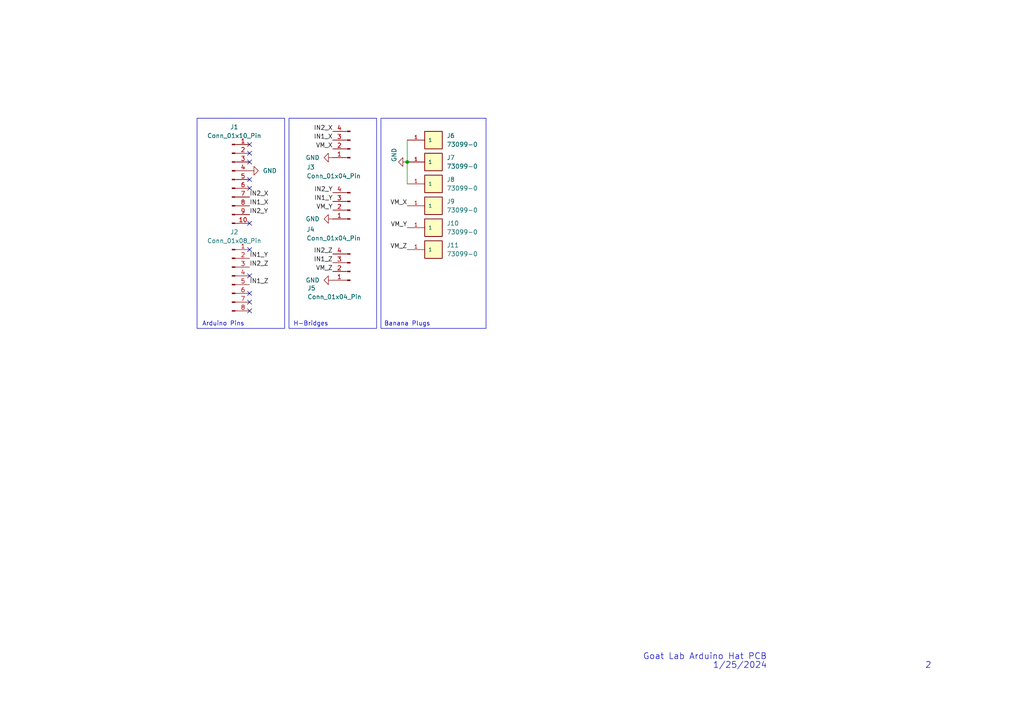
<source format=kicad_sch>
(kicad_sch (version 20231120) (generator "eeschema") (generator_version "8.0")
  (paper "A4")
  (lib_symbols
    (symbol "73099-0:73099-0" (pin_names (offset 1.016))
      (property "Reference" "J" (at -5.08 3.81 0))
      (property "Value" "73099-0" (at -5.08 -3.81 0))
      (symbol "73099-0_0_0"
        (rectangle (start -2.54 -2.54) (end 2.54 2.54) (stroke (width 0.254)) (fill (type background)))
        (pin passive line (at -7.62 0 0) (length 5.08) (name "1") (number "1"))
      )
    )
    (symbol "Connector:Conn_01x04_Pin" (pin_names (offset 1.016) hide)
      (property "Reference" "J" (at 0 5.08 0))
      (property "Value" "Conn_01x04_Pin" (at 0 -7.62 0))
      (symbol "Conn_01x04_Pin_1_1"
        (polyline (pts (xy 1.27 -5.08) (xy 0.8636 -5.08)) (stroke (width 0.1524)))
        (polyline (pts (xy 1.27 -2.54) (xy 0.8636 -2.54)) (stroke (width 0.1524)))
        (polyline (pts (xy 1.27 0) (xy 0.8636 0)) (stroke (width 0.1524)))
        (polyline (pts (xy 1.27 2.54) (xy 0.8636 2.54)) (stroke (width 0.1524)))
        (rectangle (start 0.8636 -4.953) (end 0 -5.207) (stroke (width 0.1524)) (fill (type outline)))
        (rectangle (start 0.8636 -2.413) (end 0 -2.667) (stroke (width 0.1524)) (fill (type outline)))
        (rectangle (start 0.8636 0.127) (end 0 -0.127) (stroke (width 0.1524)) (fill (type outline)))
        (rectangle (start 0.8636 2.667) (end 0 2.413) (stroke (width 0.1524)) (fill (type outline)))
        (pin passive line (at 5.08 2.54 180) (length 3.81) (name "Pin_1") (number "1"))
        (pin passive line (at 5.08 0 180) (length 3.81) (name "Pin_2") (number "2"))
        (pin passive line (at 5.08 -2.54 180) (length 3.81) (name "Pin_3") (number "3"))
        (pin passive line (at 5.08 -5.08 180) (length 3.81) (name "Pin_4") (number "4"))
      )
    )
    (symbol "Connector:Conn_01x08_Pin" (pin_names (offset 1.016) hide)
      (property "Reference" "J" (at 0 10.16 0))
      (property "Value" "Conn_01x08_Pin" (at 0 -12.7 0))
      (symbol "Conn_01x08_Pin_1_1"
        (polyline (pts (xy 1.27 -10.16) (xy 0.8636 -10.16)) (stroke (width 0.1524)))
        (polyline (pts (xy 1.27 -7.62) (xy 0.8636 -7.62)) (stroke (width 0.1524)))
        (polyline (pts (xy 1.27 -5.08) (xy 0.8636 -5.08)) (stroke (width 0.1524)))
        (polyline (pts (xy 1.27 -2.54) (xy 0.8636 -2.54)) (stroke (width 0.1524)))
        (polyline (pts (xy 1.27 0) (xy 0.8636 0)) (stroke (width 0.1524)))
        (polyline (pts (xy 1.27 2.54) (xy 0.8636 2.54)) (stroke (width 0.1524)))
        (polyline (pts (xy 1.27 5.08) (xy 0.8636 5.08)) (stroke (width 0.1524)))
        (polyline (pts (xy 1.27 7.62) (xy 0.8636 7.62)) (stroke (width 0.1524)))
        (rectangle (start 0.8636 -10.033) (end 0 -10.287) (stroke (width 0.1524)) (fill (type outline)))
        (rectangle (start 0.8636 -7.493) (end 0 -7.747) (stroke (width 0.1524)) (fill (type outline)))
        (rectangle (start 0.8636 -4.953) (end 0 -5.207) (stroke (width 0.1524)) (fill (type outline)))
        (rectangle (start 0.8636 -2.413) (end 0 -2.667) (stroke (width 0.1524)) (fill (type outline)))
        (rectangle (start 0.8636 0.127) (end 0 -0.127) (stroke (width 0.1524)) (fill (type outline)))
        (rectangle (start 0.8636 2.667) (end 0 2.413) (stroke (width 0.1524)) (fill (type outline)))
        (rectangle (start 0.8636 5.207) (end 0 4.953) (stroke (width 0.1524)) (fill (type outline)))
        (rectangle (start 0.8636 7.747) (end 0 7.493) (stroke (width 0.1524)) (fill (type outline)))
        (pin passive line (at 5.08 7.62 180) (length 3.81) (name "Pin_1") (number "1"))
        (pin passive line (at 5.08 5.08 180) (length 3.81) (name "Pin_2") (number "2"))
        (pin passive line (at 5.08 2.54 180) (length 3.81) (name "Pin_3") (number "3"))
        (pin passive line (at 5.08 0 180) (length 3.81) (name "Pin_4") (number "4"))
        (pin passive line (at 5.08 -2.54 180) (length 3.81) (name "Pin_5") (number "5"))
        (pin passive line (at 5.08 -5.08 180) (length 3.81) (name "Pin_6") (number "6"))
        (pin passive line (at 5.08 -7.62 180) (length 3.81) (name "Pin_7") (number "7"))
        (pin passive line (at 5.08 -10.16 180) (length 3.81) (name "Pin_8") (number "8"))
      )
    )
    (symbol "Connector:Conn_01x10_Pin" (pin_names (offset 1.016) hide)
      (property "Reference" "J" (at 0 12.7 0))
      (property "Value" "Conn_01x10_Pin" (at 0 -15.24 0))
      (symbol "Conn_01x10_Pin_1_1"
        (polyline (pts (xy 1.27 -12.7) (xy 0.8636 -12.7)) (stroke (width 0.1524)))
        (polyline (pts (xy 1.27 -10.16) (xy 0.8636 -10.16)) (stroke (width 0.1524)))
        (polyline (pts (xy 1.27 -7.62) (xy 0.8636 -7.62)) (stroke (width 0.1524)))
        (polyline (pts (xy 1.27 -5.08) (xy 0.8636 -5.08)) (stroke (width 0.1524)))
        (polyline (pts (xy 1.27 -2.54) (xy 0.8636 -2.54)) (stroke (width 0.1524)))
        (polyline (pts (xy 1.27 0) (xy 0.8636 0)) (stroke (width 0.1524)))
        (polyline (pts (xy 1.27 2.54) (xy 0.8636 2.54)) (stroke (width 0.1524)))
        (polyline (pts (xy 1.27 5.08) (xy 0.8636 5.08)) (stroke (width 0.1524)))
        (polyline (pts (xy 1.27 7.62) (xy 0.8636 7.62)) (stroke (width 0.1524)))
        (polyline (pts (xy 1.27 10.16) (xy 0.8636 10.16)) (stroke (width 0.1524)))
        (rectangle (start 0.8636 -12.573) (end 0 -12.827) (stroke (width 0.1524)) (fill (type outline)))
        (rectangle (start 0.8636 -10.033) (end 0 -10.287) (stroke (width 0.1524)) (fill (type outline)))
        (rectangle (start 0.8636 -7.493) (end 0 -7.747) (stroke (width 0.1524)) (fill (type outline)))
        (rectangle (start 0.8636 -4.953) (end 0 -5.207) (stroke (width 0.1524)) (fill (type outline)))
        (rectangle (start 0.8636 -2.413) (end 0 -2.667) (stroke (width 0.1524)) (fill (type outline)))
        (rectangle (start 0.8636 0.127) (end 0 -0.127) (stroke (width 0.1524)) (fill (type outline)))
        (rectangle (start 0.8636 2.667) (end 0 2.413) (stroke (width 0.1524)) (fill (type outline)))
        (rectangle (start 0.8636 5.207) (end 0 4.953) (stroke (width 0.1524)) (fill (type outline)))
        (rectangle (start 0.8636 7.747) (end 0 7.493) (stroke (width 0.1524)) (fill (type outline)))
        (rectangle (start 0.8636 10.287) (end 0 10.033) (stroke (width 0.1524)) (fill (type outline)))
        (pin passive line (at 5.08 10.16 180) (length 3.81) (name "Pin_1") (number "1"))
        (pin passive line (at 5.08 -12.7 180) (length 3.81) (name "Pin_10") (number "10"))
        (pin passive line (at 5.08 7.62 180) (length 3.81) (name "Pin_2") (number "2"))
        (pin passive line (at 5.08 5.08 180) (length 3.81) (name "Pin_3") (number "3"))
        (pin passive line (at 5.08 2.54 180) (length 3.81) (name "Pin_4") (number "4"))
        (pin passive line (at 5.08 0 180) (length 3.81) (name "Pin_5") (number "5"))
        (pin passive line (at 5.08 -2.54 180) (length 3.81) (name "Pin_6") (number "6"))
        (pin passive line (at 5.08 -5.08 180) (length 3.81) (name "Pin_7") (number "7"))
        (pin passive line (at 5.08 -7.62 180) (length 3.81) (name "Pin_8") (number "8"))
        (pin passive line (at 5.08 -10.16 180) (length 3.81) (name "Pin_9") (number "9"))
      )
    )
    (symbol "power:GND" (power) (pin_numbers hide) (pin_names (offset 0) hide)
      (property "Value" "GND" (at 0 -3.81 0))
      (symbol "GND_0_1"
        (polyline (pts (xy 0 0) (xy 0 -1.27) (xy 1.27 -1.27) (xy 0 -2.54) (xy -1.27 -1.27) (xy 0 -1.27)))
      )
      (symbol "GND_1_1"
        (pin power_in line (at 0 0 270) (length 0) (name "~") (number "1"))
      )
    )
  )
  (junction (at 118.11 46.99))
  (no_connect (at 72.39 85.09))
  (no_connect (at 72.39 64.77))
  (no_connect (at 72.39 41.91))
  (no_connect (at 72.39 46.99))
  (no_connect (at 72.39 72.39))
  (no_connect (at 72.39 54.61))
  (no_connect (at 72.39 52.07))
  (no_connect (at 72.39 80.01))
  (no_connect (at 72.39 44.45))
  (no_connect (at 72.39 87.63))
  (no_connect (at 72.39 90.17))
  (wire (pts (xy 118.11 40.64) (xy 118.11 46.99)))
  (wire (pts (xy 118.11 46.99) (xy 118.11 53.34)))
  (rectangle (start 83.82 34.29) (end 109.22 95.25))
  (rectangle (start 57.15 34.29) (end 82.55 95.25))
  (rectangle (start 110.49 34.29) (end 140.97 95.25))
  (text "H-Bridges" (at 90.17 93.98 0) (effects (font (size 1.27 1.27))))
  (text "Goat Lab Arduino Hat PCB" (at 204.47 190.5 0) (effects (font (size 1.778 1.778))))
  (text "Banana Plugs" (at 118.11 93.98 0) (effects (font (size 1.27 1.27))))
  (text "Arduino Pins" (at 64.77 93.98 0) (effects (font (size 1.27 1.27))))
  (text "1/25/2024" (at 214.63 193.04 0) (effects (font (size 1.778 1.778))))
  (text "2" (at 269.24 193.04 0) (effects (font (size 1.778 1.778))))
  (label "IN1_X" (at 72.39 59.69 0))
  (label "VM_X" (at 118.11 59.69 180))
  (label "IN2_X" (at 72.39 57.15 0))
  (label "VM_Z" (at 96.52 78.74 180))
  (label "IN1_Z" (at 96.52 76.2 180))
  (label "VM_Z" (at 118.11 72.39 180))
  (label "IN2_X" (at 96.52 38.1 180))
  (label "IN2_Z" (at 72.39 77.47 0))
  (label "IN2_Y" (at 72.39 62.23 0))
  (label "VM_X" (at 96.52 43.18 180))
  (label "IN2_Z" (at 96.52 73.66 180))
  (label "IN1_Y" (at 96.52 58.42 180))
  (label "VM_Y" (at 118.11 66.04 180))
  (label "IN2_Y" (at 96.52 55.88 180))
  (label "IN1_Z" (at 72.39 82.55 0))
  (label "IN1_X" (at 96.52 40.64 180))
  (label "IN1_Y" (at 72.39 74.93 0))
  (label "VM_Y" (at 96.52 60.96 180))
  (symbol (lib_id "Connector:Conn_01x08_Pin") (at 67.31 80.01 0) (unit 1)
    (property "Reference" "J2" (at 67.945 67.31 0))
    (property "Value" "Conn_01x08_Pin" (at 67.945 69.85 0))
    (property "Footprint" "Connector_PinHeader_2.54mm:PinHeader_1x08_P2.54mm_Vertical" (effects (hide yes)))
    (property "Description" "Generic connector, single row, 01x08, script generated" (effects (hide yes)))
  )
  (symbol (lib_id "73099-0:73099-0") (at 125.73 72.39 0) (unit 1)
    (property "Reference" "J11" (at 129.54 71.1199 0) (effects (justify left)))
    (property "Value" "73099-0" (at 129.54 73.6599 0) (effects (justify left)))
    (property "Footprint" "my_custom:POMONA_73099-0" (effects (hide yes)))
    (property "MF" "Pomona Electronics" (effects (hide yes)))
    (property "MAXIMUM_PACKAGE_HEIGHT" "11.5mm" (effects (hide yes)))
    (property "Package" "None" (effects (hide yes)))
    (property "Price" "None" (effects (hide yes)))
    (property "Check_prices" "https://www.snapeda.com/parts/73099-0/Pomona+Electronics/view-part/?ref=eda" (effects (hide yes)))
    (property "STANDARD" "Manufacturer Recommendations" (effects (hide yes)))
    (property "PARTREV" "101" (effects (hide yes)))
    (property "SnapEDA_Link" "https://www.snapeda.com/parts/73099-0/Pomona+Electronics/view-part/?ref=snap" (effects (hide yes)))
    (property "MP" "73099-0" (effects (hide yes)))
    (property "Description_1" "\n                        \n                            R/A 4Mm Mounting Safety Jack For Pcb, Black | Pomona Electronics 73099-0\n                        \n" (effects (hide yes)))
    (property "Availability" "In Stock" (effects (hide yes)))
    (property "MANUFACTURER" "Pomona Electronics" (effects (hide yes)))
  )
  (symbol (lib_id "73099-0:73099-0") (at 125.73 40.64 0) (unit 1)
    (property "Reference" "J6" (at 129.54 39.3699 0) (effects (justify left)))
    (property "Value" "73099-0" (at 129.54 41.9099 0) (effects (justify left)))
    (property "Footprint" "my_custom:POMONA_73099-0" (effects (hide yes)))
    (property "MF" "Pomona Electronics" (effects (hide yes)))
    (property "MAXIMUM_PACKAGE_HEIGHT" "11.5mm" (effects (hide yes)))
    (property "Package" "None" (effects (hide yes)))
    (property "Price" "None" (effects (hide yes)))
    (property "Check_prices" "https://www.snapeda.com/parts/73099-0/Pomona+Electronics/view-part/?ref=eda" (effects (hide yes)))
    (property "STANDARD" "Manufacturer Recommendations" (effects (hide yes)))
    (property "PARTREV" "101" (effects (hide yes)))
    (property "SnapEDA_Link" "https://www.snapeda.com/parts/73099-0/Pomona+Electronics/view-part/?ref=snap" (effects (hide yes)))
    (property "MP" "73099-0" (effects (hide yes)))
    (property "Description_1" "\n                        \n                            R/A 4Mm Mounting Safety Jack For Pcb, Black | Pomona Electronics 73099-0\n                        \n" (effects (hide yes)))
    (property "Availability" "In Stock" (effects (hide yes)))
    (property "MANUFACTURER" "Pomona Electronics" (effects (hide yes)))
  )
  (symbol (lib_id "73099-0:73099-0") (at 125.73 66.04 0) (unit 1)
    (property "Reference" "J10" (at 129.54 64.7699 0) (effects (justify left)))
    (property "Value" "73099-0" (at 129.54 67.3099 0) (effects (justify left)))
    (property "Footprint" "my_custom:POMONA_73099-0" (effects (hide yes)))
    (property "MF" "Pomona Electronics" (effects (hide yes)))
    (property "MAXIMUM_PACKAGE_HEIGHT" "11.5mm" (effects (hide yes)))
    (property "Package" "None" (effects (hide yes)))
    (property "Price" "None" (effects (hide yes)))
    (property "Check_prices" "https://www.snapeda.com/parts/73099-0/Pomona+Electronics/view-part/?ref=eda" (effects (hide yes)))
    (property "STANDARD" "Manufacturer Recommendations" (effects (hide yes)))
    (property "PARTREV" "101" (effects (hide yes)))
    (property "SnapEDA_Link" "https://www.snapeda.com/parts/73099-0/Pomona+Electronics/view-part/?ref=snap" (effects (hide yes)))
    (property "MP" "73099-0" (effects (hide yes)))
    (property "Description_1" "\n                        \n                            R/A 4Mm Mounting Safety Jack For Pcb, Black | Pomona Electronics 73099-0\n                        \n" (effects (hide yes)))
    (property "Availability" "In Stock" (effects (hide yes)))
    (property "MANUFACTURER" "Pomona Electronics" (effects (hide yes)))
  )
  (symbol (lib_id "power:GND") (at 118.11 46.99 270) (unit 1)
    (property "Reference" "#PWR05" (effects (hide yes)))
    (property "Value" "GND" (at 114.3 46.99 0) (effects (justify right)))
    (property "Description" "Power symbol creates a global label with name \"GND\" , ground" (effects (hide yes)))
  )
  (symbol (lib_id "power:GND") (at 96.52 63.5 270) (unit 1)
    (property "Reference" "#PWR03" (effects (hide yes)))
    (property "Value" "GND" (at 92.71 63.4999 90) (effects (justify right)))
    (property "Description" "Power symbol creates a global label with name \"GND\" , ground" (effects (hide yes)))
  )
  (symbol (lib_id "Connector:Conn_01x04_Pin") (at 101.6 60.96 180) (unit 1)
    (property "Reference" "J4" (at 88.9 66.548 0) (effects (justify right)))
    (property "Value" "Conn_01x04_Pin" (at 88.9 69.088 0) (effects (justify right)))
    (property "Footprint" "Connector_PinHeader_2.54mm:PinHeader_1x04_P2.54mm_Vertical" (effects (hide yes)))
    (property "Description" "Generic connector, single row, 01x04, script generated" (effects (hide yes)))
  )
  (symbol (lib_id "73099-0:73099-0") (at 125.73 53.34 0) (unit 1)
    (property "Reference" "J8" (at 129.54 52.0699 0) (effects (justify left)))
    (property "Value" "73099-0" (at 129.54 54.6099 0) (effects (justify left)))
    (property "Footprint" "my_custom:POMONA_73099-0" (effects (hide yes)))
    (property "MF" "Pomona Electronics" (effects (hide yes)))
    (property "MAXIMUM_PACKAGE_HEIGHT" "11.5mm" (effects (hide yes)))
    (property "Package" "None" (effects (hide yes)))
    (property "Price" "None" (effects (hide yes)))
    (property "Check_prices" "https://www.snapeda.com/parts/73099-0/Pomona+Electronics/view-part/?ref=eda" (effects (hide yes)))
    (property "STANDARD" "Manufacturer Recommendations" (effects (hide yes)))
    (property "PARTREV" "101" (effects (hide yes)))
    (property "SnapEDA_Link" "https://www.snapeda.com/parts/73099-0/Pomona+Electronics/view-part/?ref=snap" (effects (hide yes)))
    (property "MP" "73099-0" (effects (hide yes)))
    (property "Description_1" "\n                        \n                            R/A 4Mm Mounting Safety Jack For Pcb, Black | Pomona Electronics 73099-0\n                        \n" (effects (hide yes)))
    (property "Availability" "In Stock" (effects (hide yes)))
    (property "MANUFACTURER" "Pomona Electronics" (effects (hide yes)))
  )
  (symbol (lib_id "power:GND") (at 96.52 81.28 270) (unit 1)
    (property "Reference" "#PWR04" (effects (hide yes)))
    (property "Value" "GND" (at 92.71 81.2799 90) (effects (justify right)))
    (property "Description" "Power symbol creates a global label with name \"GND\" , ground" (effects (hide yes)))
  )
  (symbol (lib_id "73099-0:73099-0") (at 125.73 59.69 0) (unit 1)
    (property "Reference" "J9" (at 129.54 58.4199 0) (effects (justify left)))
    (property "Value" "73099-0" (at 129.54 60.9599 0) (effects (justify left)))
    (property "Footprint" "my_custom:POMONA_73099-0" (effects (hide yes)))
    (property "MF" "Pomona Electronics" (effects (hide yes)))
    (property "MAXIMUM_PACKAGE_HEIGHT" "11.5mm" (effects (hide yes)))
    (property "Package" "None" (effects (hide yes)))
    (property "Price" "None" (effects (hide yes)))
    (property "Check_prices" "https://www.snapeda.com/parts/73099-0/Pomona+Electronics/view-part/?ref=eda" (effects (hide yes)))
    (property "STANDARD" "Manufacturer Recommendations" (effects (hide yes)))
    (property "PARTREV" "101" (effects (hide yes)))
    (property "SnapEDA_Link" "https://www.snapeda.com/parts/73099-0/Pomona+Electronics/view-part/?ref=snap" (effects (hide yes)))
    (property "MP" "73099-0" (effects (hide yes)))
    (property "Description_1" "\n                        \n                            R/A 4Mm Mounting Safety Jack For Pcb, Black | Pomona Electronics 73099-0\n                        \n" (effects (hide yes)))
    (property "Availability" "In Stock" (effects (hide yes)))
    (property "MANUFACTURER" "Pomona Electronics" (effects (hide yes)))
  )
  (symbol (lib_id "Connector:Conn_01x10_Pin") (at 67.31 52.07 0) (unit 1)
    (property "Reference" "J1" (at 67.945 36.83 0))
    (property "Value" "Conn_01x10_Pin" (at 67.945 39.37 0))
    (property "Footprint" "Connector_PinHeader_2.54mm:PinHeader_1x10_P2.54mm_Vertical" (effects (hide yes)))
    (property "Description" "Generic connector, single row, 01x10, script generated" (effects (hide yes)))
  )
  (symbol (lib_id "power:GND") (at 72.39 49.53 90) (unit 1)
    (property "Reference" "#PWR01" (effects (hide yes)))
    (property "Value" "GND" (at 76.2 49.5299 90) (effects (justify right)))
    (property "Description" "Power symbol creates a global label with name \"GND\" , ground" (effects (hide yes)))
  )
  (symbol (lib_id "73099-0:73099-0") (at 125.73 46.99 0) (unit 1)
    (property "Reference" "J7" (at 129.54 45.7199 0) (effects (justify left)))
    (property "Value" "73099-0" (at 129.54 48.2599 0) (effects (justify left)))
    (property "Footprint" "my_custom:POMONA_73099-0" (effects (hide yes)))
    (property "MF" "Pomona Electronics" (effects (hide yes)))
    (property "MAXIMUM_PACKAGE_HEIGHT" "11.5mm" (effects (hide yes)))
    (property "Package" "None" (effects (hide yes)))
    (property "Price" "None" (effects (hide yes)))
    (property "Check_prices" "https://www.snapeda.com/parts/73099-0/Pomona+Electronics/view-part/?ref=eda" (effects (hide yes)))
    (property "STANDARD" "Manufacturer Recommendations" (effects (hide yes)))
    (property "PARTREV" "101" (effects (hide yes)))
    (property "SnapEDA_Link" "https://www.snapeda.com/parts/73099-0/Pomona+Electronics/view-part/?ref=snap" (effects (hide yes)))
    (property "MP" "73099-0" (effects (hide yes)))
    (property "Description_1" "\n                        \n                            R/A 4Mm Mounting Safety Jack For Pcb, Black | Pomona Electronics 73099-0\n                        \n" (effects (hide yes)))
    (property "Availability" "In Stock" (effects (hide yes)))
    (property "MANUFACTURER" "Pomona Electronics" (effects (hide yes)))
  )
  (symbol (lib_id "Connector:Conn_01x04_Pin") (at 101.6 43.18 180) (unit 1)
    (property "Reference" "J3" (at 88.9 48.514 0) (effects (justify right)))
    (property "Value" "Conn_01x04_Pin" (at 88.9 51.054 0) (effects (justify right)))
    (property "Footprint" "Connector_PinHeader_2.54mm:PinHeader_1x04_P2.54mm_Vertical" (effects (hide yes)))
    (property "Description" "Generic connector, single row, 01x04, script generated" (effects (hide yes)))
  )
  (symbol (lib_id "Connector:Conn_01x04_Pin") (at 101.6 78.74 180) (unit 1)
    (property "Reference" "J5" (at 89.154 83.566 0) (effects (justify right)))
    (property "Value" "Conn_01x04_Pin" (at 89.154 86.106 0) (effects (justify right)))
    (property "Footprint" "Connector_PinHeader_2.54mm:PinHeader_1x04_P2.54mm_Vertical" (effects (hide yes)))
    (property "Description" "Generic connector, single row, 01x04, script generated" (effects (hide yes)))
  )
  (symbol (lib_id "power:GND") (at 96.52 45.72 270) (unit 1)
    (property "Reference" "#PWR02" (effects (hide yes)))
    (property "Value" "GND" (at 92.71 45.72 90) (effects (justify right)))
    (property "Description" "Power symbol creates a global label with name \"GND\" , ground" (effects (hide yes)))
  )
)
</source>
